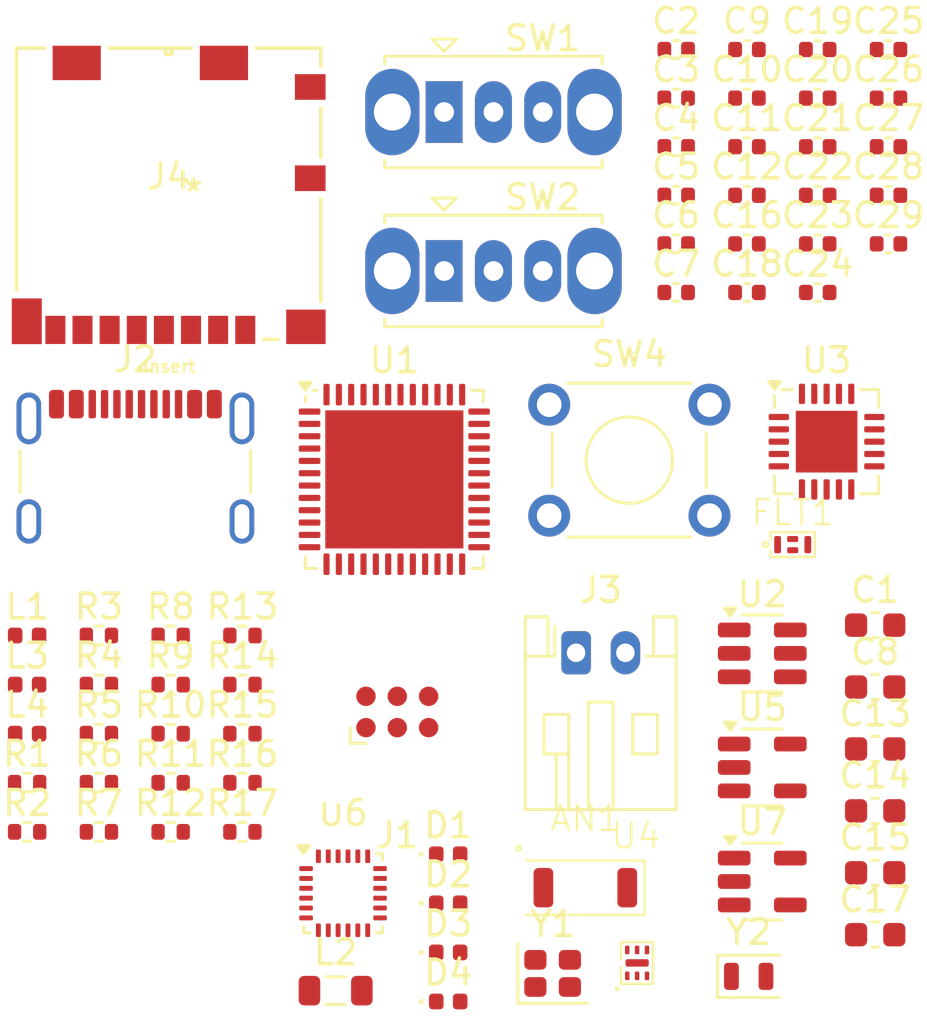
<source format=kicad_pcb>
(kicad_pcb
	(version 20241229)
	(generator "pcbnew")
	(generator_version "9.0")
	(general
		(thickness 1.64716)
		(legacy_teardrops no)
	)
	(paper "A4")
	(layers
		(0 "F.Cu" signal)
		(4 "In1.Cu" signal)
		(6 "In2.Cu" signal)
		(2 "B.Cu" signal)
		(13 "F.Paste" user)
		(15 "B.Paste" user)
		(5 "F.SilkS" user "F.Silkscreen")
		(7 "B.SilkS" user "B.Silkscreen")
		(1 "F.Mask" user)
		(3 "B.Mask" user)
		(25 "Edge.Cuts" user)
		(27 "Margin" user)
		(31 "F.CrtYd" user "F.Courtyard")
		(29 "B.CrtYd" user "B.Courtyard")
	)
	(setup
		(stackup
			(layer "F.SilkS"
				(type "Top Silk Screen")
			)
			(layer "F.Paste"
				(type "Top Solder Paste")
			)
			(layer "F.Mask"
				(type "Top Solder Mask")
				(thickness 0.03048)
			)
			(layer "F.Cu"
				(type "copper")
				(thickness 0.035)
			)
			(layer "dielectric 1"
				(type "prepreg")
				(color "FR4 natural")
				(thickness 0.2104)
				(material "7628")
				(epsilon_r 4.4)
				(loss_tangent 0)
			)
			(layer "In1.Cu"
				(type "copper")
				(thickness 0.0152)
			)
			(layer "dielectric 2"
				(type "core")
				(color "FR4 natural")
				(thickness 1.065)
				(material "Core")
				(epsilon_r 4.6)
				(loss_tangent 0)
			)
			(layer "In2.Cu"
				(type "copper")
				(thickness 0.0152)
			)
			(layer "dielectric 3"
				(type "prepreg")
				(color "FR4 natural")
				(thickness 0.2104)
				(material "7628")
				(epsilon_r 4.4)
				(loss_tangent 0)
			)
			(layer "B.Cu"
				(type "copper")
				(thickness 0.035)
			)
			(layer "B.Mask"
				(type "Bottom Solder Mask")
				(thickness 0.03048)
			)
			(layer "B.Paste"
				(type "Bottom Solder Paste")
			)
			(layer "B.SilkS"
				(type "Bottom Silk Screen")
			)
			(copper_finish "HAL lead-free")
			(dielectric_constraints yes)
		)
		(pad_to_mask_clearance 0.1)
		(solder_mask_min_width 0.1)
		(allow_soldermask_bridges_in_footprints no)
		(tenting front back)
		(pcbplotparams
			(layerselection 0x00000000_00000000_55555555_5755f5ff)
			(plot_on_all_layers_selection 0x00000000_00000000_00000000_00000000)
			(disableapertmacros no)
			(usegerberextensions no)
			(usegerberattributes yes)
			(usegerberadvancedattributes yes)
			(creategerberjobfile yes)
			(dashed_line_dash_ratio 12.000000)
			(dashed_line_gap_ratio 3.000000)
			(svgprecision 4)
			(plotframeref no)
			(mode 1)
			(useauxorigin no)
			(hpglpennumber 1)
			(hpglpenspeed 20)
			(hpglpendiameter 15.000000)
			(pdf_front_fp_property_popups yes)
			(pdf_back_fp_property_popups yes)
			(pdf_metadata yes)
			(pdf_single_document no)
			(dxfpolygonmode yes)
			(dxfimperialunits yes)
			(dxfusepcbnewfont yes)
			(psnegative no)
			(psa4output no)
			(plot_black_and_white yes)
			(sketchpadsonfab no)
			(plotpadnumbers no)
			(hidednponfab no)
			(sketchdnponfab yes)
			(crossoutdnponfab yes)
			(subtractmaskfromsilk no)
			(outputformat 1)
			(mirror no)
			(drillshape 1)
			(scaleselection 1)
			(outputdirectory "")
		)
	)
	(net 0 "")
	(net 1 "/RF_ANT")
	(net 2 "unconnected-(AN1-NC-Pad2)")
	(net 3 "GND")
	(net 4 "+3.3V")
	(net 5 "+4V")
	(net 6 "+5V")
	(net 7 "+3V8")
	(net 8 "SWD_NRST")
	(net 9 "/SMPSFB")
	(net 10 "RF")
	(net 11 "/RF_MATCH_LPF")
	(net 12 "/RF_MATCH_ANT")
	(net 13 "LSE_OUT")
	(net 14 "LSE_IN")
	(net 15 "+1V8")
	(net 16 "Net-(U6-REGOUT)")
	(net 17 "+3V3")
	(net 18 "Net-(D1-A)")
	(net 19 "Net-(D1-K)")
	(net 20 "Net-(D2-A)")
	(net 21 "Net-(D2-K)")
	(net 22 "Net-(D3-K)")
	(net 23 "Net-(D3-A)")
	(net 24 "/LED_CAT")
	(net 25 "/LED_AN")
	(net 26 "SWD_CLK")
	(net 27 "SWD_TRC")
	(net 28 "SWD_DIO")
	(net 29 "/USBC_D+")
	(net 30 "/USB_CC2")
	(net 31 "/USBC_D-")
	(net 32 "unconnected-(J2-SBU2-PadB8)")
	(net 33 "unconnected-(J2-SBU1-PadA8)")
	(net 34 "/USB_CC1")
	(net 35 "GPIO_SD_CardDetect")
	(net 36 "SPI_CARDCS")
	(net 37 "SPI_MOSI")
	(net 38 "Net-(J4-DAT2)")
	(net 39 "SPI_MISO")
	(net 40 "Net-(J4-DAT1)")
	(net 41 "SPI_SCK")
	(net 42 "/SMPSLX")
	(net 43 "/SMPSLXL")
	(net 44 "Net-(U3-PROG1)")
	(net 45 "Net-(U3-PROG3)")
	(net 46 "Net-(U3-THERM)")
	(net 47 "Net-(SW1-B)")
	(net 48 "BOOT0")
	(net 49 "I2C_SDA")
	(net 50 "I2C_SCL")
	(net 51 "Net-(SW2-B)")
	(net 52 "GPIO_IMU_INT")
	(net 53 "/USB_D-")
	(net 54 "unconnected-(U1-PB2-Pad19)")
	(net 55 "/USB_D+")
	(net 56 "unconnected-(U1-PB0-Pad28)")
	(net 57 "unconnected-(U1-PE4-Pad30)")
	(net 58 "unconnected-(U1-PA10-Pad36)")
	(net 59 "GPIO_SD_LDO_EN")
	(net 60 "unconnected-(U1-PA2-Pad11)")
	(net 61 "unconnected-(U1-PB7-Pad47)")
	(net 62 "unconnected-(U1-PB6-Pad46)")
	(net 63 "unconnected-(U1-PB4-Pad44)")
	(net 64 "unconnected-(U1-PB1-Pad29)")
	(net 65 "HSE_IN")
	(net 66 "unconnected-(U1-AT1-Pad27)")
	(net 67 "unconnected-(U1-AT0-Pad26)")
	(net 68 "unconnected-(U1-PB5-Pad45)")
	(net 69 "HSE_OUT")
	(net 70 "unconnected-(U1-PA15-Pad42)")
	(net 71 "unconnected-(U1-PA0-Pad9)")
	(net 72 "unconnected-(U4-NC-Pad5)")
	(net 73 "unconnected-(U5-NC-Pad4)")
	(net 74 "unconnected-(U6-NC-Pad5)")
	(net 75 "unconnected-(U6-NC-Pad16)")
	(net 76 "unconnected-(U6-RESV-Pad19)")
	(net 77 "unconnected-(U6-NC-Pad15)")
	(net 78 "unconnected-(U6-FSYNC-Pad11)")
	(net 79 "unconnected-(U6-NC-Pad6)")
	(net 80 "unconnected-(U6-NC-Pad17)")
	(net 81 "unconnected-(U6-NC-Pad3)")
	(net 82 "unconnected-(U6-AUX_DA-Pad21)")
	(net 83 "unconnected-(U6-NC-Pad4)")
	(net 84 "unconnected-(U6-NC-Pad1)")
	(net 85 "unconnected-(U6-NC-Pad14)")
	(net 86 "unconnected-(U6-SDO{slash}AD0-Pad9)")
	(net 87 "unconnected-(U6-NC-Pad2)")
	(net 88 "unconnected-(U6-AUX_CL-Pad7)")
	(net 89 "unconnected-(U7-NC-Pad4)")
	(footprint "Connector_USB:USB_C_Receptacle_GCT_USB4105-xx-A_16P_TopMnt_Horizontal" (layer "F.Cu") (at 137.225 96.17))
	(footprint "Capacitor_SMD:C_0402_1005Metric" (layer "F.Cu") (at 167.765 82.05))
	(footprint "Capacitor_SMD:C_0402_1005Metric" (layer "F.Cu") (at 162.025 87.96))
	(footprint "Capacitor_SMD:C_0402_1005Metric" (layer "F.Cu") (at 159.155 78.11))
	(footprint "Inductor_SMD:L_0402_1005Metric" (layer "F.Cu") (at 132.835 103.86))
	(footprint "Capacitor_SMD:C_0402_1005Metric" (layer "F.Cu") (at 167.765 80.08))
	(footprint "Package_TO_SOT_SMD:SOT-23-5" (layer "F.Cu") (at 162.645 107.22))
	(footprint "Capacitor_SMD:C_0402_1005Metric" (layer "F.Cu") (at 167.765 84.02))
	(footprint "Capacitor_SMD:C_0402_1005Metric" (layer "F.Cu") (at 162.025 80.08))
	(footprint "Capacitor_SMD:C_0402_1005Metric" (layer "F.Cu") (at 164.895 80.08))
	(footprint "Capacitor_SMD:C_0603_1608Metric" (layer "F.Cu") (at 167.225 108.98))
	(footprint "Sensor_Motion:InvenSense_QFN-24_3x3mm_P0.4mm" (layer "F.Cu") (at 145.645 112.32))
	(footprint "Capacitor_SMD:C_0402_1005Metric" (layer "F.Cu") (at 159.155 80.08))
	(footprint "Capacitor_SMD:C_0603_1608Metric" (layer "F.Cu") (at 167.225 101.45))
	(footprint "Capacitor_SMD:C_0603_1608Metric" (layer "F.Cu") (at 167.225 106.47))
	(footprint "Package_DFN_QFN:QFN-48-1EP_7x7mm_P0.5mm_EP5.6x5.6mm" (layer "F.Cu") (at 147.725 95.54))
	(footprint "Resistor_SMD:R_0402_1005Metric" (layer "F.Cu") (at 135.745 105.85))
	(footprint "Resistor_SMD:R_0402_1005Metric" (layer "F.Cu") (at 138.655 101.87))
	(footprint "Resistor_SMD:R_0402_1005Metric" (layer "F.Cu") (at 135.745 107.84))
	(footprint "Resistor_SMD:R_0402_1005Metric" (layer "F.Cu") (at 141.565 101.87))
	(footprint "Inductor_SMD:L_0805_2012Metric" (layer "F.Cu") (at 145.345 116.27))
	(footprint "Resistor_SMD:R_0402_1005Metric" (layer "F.Cu") (at 141.565 109.83))
	(footprint "Resistor_SMD:R_0402_1005Metric" (layer "F.Cu") (at 138.655 107.84))
	(footprint "Connector:Tag-Connect_TC2030-IDC-FP_2x03_P1.27mm_Vertical" (layer "F.Cu") (at 147.845 104.97))
	(footprint "Resistor_SMD:R_0402_1005Metric" (layer "F.Cu") (at 141.565 105.85))
	(footprint "Resistor_SMD:R_0402_1005Metric" (layer "F.Cu") (at 138.655 105.85))
	(footprint "Resistor_SMD:R_0402_1005Metric" (layer "F.Cu") (at 132.835 109.83))
	(footprint "LED_SMD:LED_0402_1005Metric" (layer "F.Cu") (at 149.91 110.74))
	(footprint "Capacitor_SMD:C_0402_1005Metric" (layer "F.Cu") (at 159.155 87.96))
	(footprint "Pima_Custom_FootprintsLibrary:104031-0811_MOL"
		(layer "F.Cu")
		(uuid "6541084a-a8e7-4935-89f1-46d2b520023d")
		(at 138.5748 83.9572)
		(tags "1040310811 ")
		(property "Reference" "J4"
			(at 0 -0.7 0)
			(unlocked yes)
			(layer "F.SilkS")
			(uuid "40316b27-e42f-4357-a28f-35a28cbf19d9")
			(effects
				(font
					(size 1 1)
					(thickness 0.15)
				)
			)
		)
		(property "Value" "Molex 104031-0811"
			(at 0.05 2.4 0)
			(unlocked yes)
			(layer "F.Fab")
			(uuid "90d08040-f391-4e7d-96af-a060a51bbbe5")
			(effects
				(font
					(size 1 1)
					(thickness 0.15)
				)
			)
		)
		(property "Datasheet" "https://www.molex.com/en-us/products/part-detail-pdf/1040310811?display=pdf"
			(at 0 0 0)
			(layer "F.Fab")
			(hide yes)
			(uuid "516ceac3-d1ec-4490-82cd-1e491c1db338")
			(effects
				(font
					(size 1.27 1.27)
					(thickness 0.15)
				)
			)
		)
		(property "Description" ""
			(at 0 0 0)
			(layer "F.Fab")
			(hide yes)
			(uuid "82008f00-cf4f-47f9-ac34-195896cec1e4")
			(effects
				(font
					(size 1.27 1.27)
					(thickness 0.15)
				)
			)
		)
		(property "Distributor Link" "https://eu.mouser.com/ProductDetail/Molex/104031-0811?qs=udsGRKD4nA3Tvy7wqky%252BuA%3D%3D"
			(at 0 0 0)
			(unlocked yes)
			(layer "F.Fab")
			(hide yes)
			(uuid "34a6c3d0-5b97-4576-b930-6108a0f01849")
			(effects
				(font
					(size 1 1)
					(thickness 0.15)
				)
			)
		)
		(property "JLCPCB Part #" "C585350"
			(at 0 0 0)
			(unlocked yes)
			(layer "F.Fab")
			(hide yes)
			(uuid "f01bc654-d079-4600-b42f-86756228e87b")
			(effects
				(font
					(size 1 1)
					(thickness 0.15)
				)
			)
		)
		(property "Manufacturer" "MOLEX "
			(at 0 0 0)
			(unlocked yes)
			(layer "F.Fab")
			(hide yes)
			(uuid "6edd68ea-bc72-4161-934d-bda6cf078134")
			(effects
				(font
					(size 1 1)
					(thickness 0.15)
				)
			)
		)
		(property "Manufacturer Part Number" "1040310811"
			(at 0 0 0)
			(unlocked yes)
			(layer "F.Fab")
			(hide yes)
			(uuid "353c3b9b-37fc-477c-acc7-7ddf54ddedf0")
			(effects
				(font
					(size 1 1)
					(thickness 0.15)
				)
			)
		)
		(property ki_fp_filters "104031-0811_MOL")
		(path "/1b188a2d-8254-43d3-82ac-d76537f67a58")
		(sheetname "/")
		(sheetfile "Trinity DevBoard PCB V1.0.kicad_sch")
		(attr smd)
		(fp_line
			(start -6.1722 -5.9055)
			(end -6.1722 3.911661)
			(stroke
				(width 0.1524)
				(type solid)
			)
			(layer "F.SilkS")
			(uuid "0c711fe0-d24b-4126-bcaa-4fdc4a37a29c")
		)
		(fp_line
			(start -5.04063 -5.9055)
			(end -6.1722 -5.9055)
			(stroke
				(width 0.1524)
				(type solid)
			)
			(layer "F.SilkS")
			(uuid "2b51e5e3-004a-476a-877c-46586ccf8aac")
		)
		(fp_line
			(start -0.127 -5.9055)
			(end -0.127 -5.6515)
			(stroke
				(width 0.1524)
				(type solid)
			)
			(layer "F.SilkS")
			(uuid "98f99b62-8100-4591-8aa7-a48dfd39b7f2")
		)
		(fp_line
			(start -0.127 -5.6515)
			(end 0.127 -5.6515)
			(stroke
				(width 0.1524)
				(type solid)
			)
			(layer "F.SilkS")
			(uuid "736c245b-7b46-4329-8e7e-c54b9681346a")
		)
		(fp_line
			(start 0.127 -5.9055)
			(end -0.127 -5.9055)
			(stroke
				(width 0.1524)
				(type solid)
			)
			(layer "F.SilkS")
			(uuid "f9880b84-f195-4af3-a802-e6ffa55e70e7")
		)
		(fp_line
			(start 0.127 -5.6515)
			(end 0.127 -5.9055)
			(stroke
				(width 0.1524)
				(type solid)
			)
			(layer "F.SilkS")
			(uuid "989470c2-a131-494f-b64f-93f9098183ac")
		)
		(fp_line
			(start 0.929371 -5.9055)
			(end -2.41935 -5.9055)
			(stroke
				(width 0.1524)
				(type solid)
			)
			(layer "F.SilkS")
			(uuid "5764a479-2843-4c82-99c7-a1580503c324")
		)
		(fp_line
			(start 3.84414 5.9055)
			(end 4.43216 5.9055)
			(stroke
				(width 0.1524)
				(type solid)
			)
			(layer "F.SilkS")
			(uuid "f557a449-5fc5-4c85-800a-28835c5d8439")
		)
		(fp_line
			(start 6.1722 -5.9055)
			(end 3.550651 -5.9055)
			(stroke
				(width 0.1524)
				(type solid)
			)
			(layer "F.SilkS")
			(uuid "d8713ce6-2db1-486d-be01-d84edea895e0")
		)
		(fp_line
			(start 6.1722 -5.18194)
			(end 6.1722 -5.9055)
			(stroke
				(width 0.1524)
				(type solid)
			)
			(layer "F.SilkS")
			(uuid "4d2f4476-20cf-4995-9ff1-d38e60e21b1a")
		)
		(fp_line
			(start 6.1722 -1.48194)
			(end 6.1722 -3.47506)
			(stroke
				(width 0.1524)
				(type solid)
			)
			(layer "F.SilkS")
			(uuid "4c0dfc4d-21ea-4ac3-8dfe-9f14b156396f")
		)
		(fp_line
			(start 6.1722 4.365259)
			(end 6.1722 0.22494)
			(stroke
				(width 0.1524)
				(type solid)
			)
			(layer "F.SilkS")
			(uuid "a3a3aa97-e72c-4570-b7d2-3e68b4b4f727")
		)
		(fp_line
			(start -6.6186 3.990401)
			(end -6.6186 6.352601)
			(stroke
				(width 0.1524)
				(type solid)
			)
			(layer "F.CrtYd")
			(uuid "0742b8f3-ce38-4fbf-8987-3f1c5a77e7ee")
		)
		(fp_line
			(start -6.6186 6.352601)
			(end -4.8914 6.352601)
			(stroke
				(width 0.1524)
				(type solid)
			)
			(layer "F.CrtYd")
			(uuid "bd6784ed-3e69-4a87-8a5d-4301297685cb")
		)
		(fp_line
			(start -6.2992 -6.0325)
			(end -6.2992 3.990401)
			(stroke
				(width 0.1524)
				(type solid)
			)
			(layer "F.CrtYd")
			(uuid "b25abb9c-6f4b-4bb5-b5b0-0c71490c6215")
		)
		(fp_line
			(start -6.2992 3.990401)
			(end -6.6186 3.990401)
			(stroke
				(width 0.1524)
				(type solid)
			)
			(layer "F.CrtYd")
			(uuid "258cd35f-2d80-44d1-ba14-3994ec2cd9a5")
		)
		(fp_line
			(start -4.96189 -6.256)
			(end -4.96189 -6.0325)
			(stroke
				(width 0.1524)
				(type solid)
			)
			(layer "F.CrtYd")
			(uuid "1869ac52-b2ef-4220-8de7-947a1b3099e6")
		)
		(fp_line
			(start -4.96189 -6.0325)
			(end -6.2992 -6.0325)
			(stroke
				(width 0.1524)
				(type solid)
			)
			(layer "F.CrtYd")
			(uuid "1e296ed0-703b-40ca-9d8b-749c003fd3be")
		)
		(fp_line
			(start -4.8914 6.347)
			(end 3.7654 6.347)
			(stroke
				(width 0.1524)
				(type solid)
			)
			(layer "F.CrtYd")
			(uuid "fea67cb6-1c7f-419c-ae25-6a7949c7ea3d")
		)
		(fp_line
			(start -4.8914 6.352601)
			(end -4.8914 6.347)
			(stroke
				(width 0.1524)
				(type solid)
			)
			(layer "F.CrtYd")
			(uuid "6e7a4202-6d3b-42de-8fd4-46dd30b7f7c1")
		)
		(fp_line
			(start -2.49809 -6.256)
			(end -4.96189 -6.256)
			(stroke
				(width 0.1524)
				(type solid)
			)
			(layer "F.CrtYd")
			(uuid "fe6c1473-d59d-47b0-bec3-b91e7fb8a5e2")
		)
		(fp_line
			(start -2.49809 -6.0325)
			(end -2.49809 -6.256)
			(stroke
				(width 0.1524)
				(type solid)
			)
			(layer "F.CrtYd")
			(uuid "4ff07569-9b47-4e1b-b8e4-2cd584210556")
		)
		(fp_line
			(start 1.008111 -6.256)
			(end 1.008111 -6.0325)
			(stroke
				(width 0.1524)
				(type solid)
			)
			(layer "F.CrtYd")
			(uuid "06544641-c92e-4be8-8df4-983d24db5b91")
		)
		(fp_line
			(start 1.008111 -6.0325)
			(end -2.49809 -6.0325)
			(stroke
				(width 0.1524)
				(type solid)
			)
			(layer "F.CrtYd")
			(uuid "0f216818-337c-4c44-9484-fd6cb74d7956")
		)
		(fp_line
			(start 3.471911 -6.256)
			(end 1.008111 -6.256)
			(stroke
				(width 0.1524)
				(type solid)
			)
			(layer "F.CrtYd")
			(uuid "8990bb2f-de84-4c3a-8307-53ea1bcbbf4b")
		)
		(fp_line
			(start 3.471911 -6.0325)
			(end 3.471911 -6.256)
			(stroke
				(width 0.1524)
				(type solid)
			)
			(layer "F.CrtYd")
			(uuid "b778d589-65d2-4b8f-b617-fed418da094a")
		)
		(fp_line
			(start 3.7654 6.0325)
			(end 4.5109 6.0325)
			(stroke
				(width 0.1524)
				(type solid)
			)
			(layer "F.CrtYd")
			(uuid "3c44b1b8-b589-4050-8cc3-2e1e8b94509a")
		)
		(fp_line
			(start 3.7654 6.347)
			(end 3.7654 6.0325)
			(stroke
				(width 0.1524)
				(type solid)
			)
			(layer "F.CrtYd")
			(uuid "5eed0c43-d1dd-475f-a7b5-0ce78f43bfc3")
		)
		(fp_line
			(start 4.5109 6.0325)
			(end 4.5109 6.348999)
			(stroke
				(width 0.1524)
				(type solid)
			)
			(layer "F.CrtYd")
			(uuid "d914347c-cc89-4514-90f3-24b178a59c85")
		)
		(fp_line
			(start 4.5109 6.348999)
			(end 6.6191 6.348999)
			(stroke
				(width 0.1524)
				(type solid)
			)
			(layer "F.CrtYd")
			(uuid "551fb8f6-8865-4902-a4e6-8322df4a5cb2")
		)
		(fp_line
			(start 6.2992 -6.0325)
			(end 3.471911 -6.0325)
			(stroke
				(width 0.1524)
				(type solid)
			)
			(layer "F.CrtYd")
			(uuid "96bc0678-b37d-48d9-a013-c92d99e74387")
		)
		(fp_line
			(start 6.2992 -5.1032)
			(end 6.2992 -6.0325)
			(stroke
				(width 0.1524)
				(type solid)
			)
			(layer "F.CrtYd")
			(uuid "dfbaf7e6-ec8a-41fb-89aa-e6529a0f08ea")
		)
		(fp_line
			(start 6.2992 -3.5538)
			(end 6.616301 -3.5538)
			(stroke
				(width 0.1524)
				(type solid)
			)
			(layer "F.CrtYd")
			(uuid "6f080b67-dd70-4d43-a3cc-18cc3a75a5d5")
		)
		(fp_line
			(start 6.2992 -1.4032)
			(end 6.2992 -3.5538)
			(stroke
				(width 0.1524)
				(type solid)
			)
			(layer "F.CrtYd")
			(uuid "bc36a030-4323-4612-a8ef-38be4f74f192")
		)
		(fp_line
			(start 6.2992 0.1462)
			(end 6.616301 0.1462)
			(stroke
				(width 0.1524)
				(type solid)
			)
			(layer "F.CrtYd")
			(uuid "73db12a6-68f3-4901-b5dd-ff9cab1c5ca0")
		)
		(fp_line
			(start 6.2992 4.443999)
			(end 6.2992 0.1462)
			(stroke
				(width 0.1524)
				(type solid)
			)
			(layer "F.CrtYd")
			(uuid "a6ba0ad1-4f80-4679-9f67-40c47c61f52e")
		)
		(fp_line
			(start 6.616301 -5.1032)
			(end 6.2992 -5.1032)
			(stroke
				(width 0.1524)
				(type solid)
			)
			(layer "F.CrtYd")
			(uuid "7565619f-85c3-4339-ad28-38fec63ba1ff")
		)
		(fp_line
			(start 6.616301 -3.5538)
			(end 6.616301 -5.1032)
			(stroke
				(width 0.1524)
				(type solid)
			)
			(layer "F.CrtYd")
			(uuid "1c30a599-6045-43c8-9e8e-2ce353dc2a6e")
		)
		(fp_line
			(start 6.616301 -1.4032)
			(end 6.2992 -1.4032)
			(stroke
				(width 0.1524)
				(type solid)
			)
			(layer "F.CrtYd")
			(uuid "75fa0262-2db9-4894-92d4-4d69979a682a")
		)
		(fp_line
			(start 6.616301 0.1462)
			(end 6.616301 -1.4032)
			(stroke
				(width 0.1524)
				(type solid)
			)
			(layer "F.CrtYd")
			(uuid "1b592d20-73e7-4f1c-bc02-c39383bfe40c")
		)
		(fp_line
			(start 6.6191 4.443999)
			(end 6.2992 4.443999)
			(stroke
				(width 0.1524)
				(type solid)
			)
			(layer "F.CrtYd")
			(uuid "8708eb3b-b490-4b65-84c7-0a9d8e53ccd0")
		)
		(fp_line
			(start 6.6191 6.348999)
			(end 6.6191 4.443999)
			(stroke
				(width 0.1524)
				(type solid)
			)
			(layer "F.CrtYd")
			(uuid "06500119-0a9f-4b9a-a82a-17a584dd9db7")
		)
		(fp_line
			(start -6.0452 -5.7785)
			(end -6.0452 5.7785)
			(stroke
				(width 0.0254)
				(type solid)
			)
			(layer "F.Fab")
			(uuid "7618495f-14b5-4ad9-89ce-068d33911374")
		)
		(fp_line
			(start -6.0452 5.7785)
			(end 6.0452 5.7785)
			(stroke
				(width 0.0254)
				(type solid)
			)
			(layer "F.Fab")
			(uuid "47f2c228-1c1a-403f-8879-13ac00414349")
		)
		(fp_line
			(start 0 -5.7785)
			(end 0 -5.7785)
			(stroke
				(width 0.0254)
				(type solid)
			)
			(layer "F.Fab")
			(uuid "4acaa7be-62bc-4eac-af8c-e0f16cf7950c")
		)
		(fp_line
			(start 0 -5.7785)
			(end 0 -5.7785)
			(stroke
				(width 0.0254)
				(type solid)
			)
			(layer "F.Fab")
			(uuid "4fd7c670-d17e-4705-bbfe-a50a5fc96c13")
		)
		(fp_line
			(start 0 -5.7785)
			(end 0 -5.7785)
			(stroke
				(width 0.0254)
				(type solid)
			)
			(layer "F.Fab")
			(uuid "539d9c15-16b6-4718-862e-7e030601ee73")
		)
		(fp_line
			(start 0 -5.7785)
			(end 0 -5.7785)
			(stroke
				(width 0.0254)
				(type solid)
			)
			(layer "F.Fab")
			(uuid "c2b8559e-b0d7-46a5-bd90-771fb1fc34d5")
		)
		(fp_line
			(start 6.0452 -5.7785)
			(end -6.0452 -5.7785)
			(stroke
				(width 0.0254)
				(type solid)
			)
			(layer "F.Fab")
			(uuid "04e9c61c-a53d-4137-a834-276783853c53")
		)
		(fp_line
			(start 6.0452 5.7785)
			(end 6.0452 -5.7785)
			(stroke
				(width 0.0254)
				(type solid)
			)
			(layer "F.Fab")
			(uuid "fbd3f80d-1390-4a8a-8154-26a0c0c92b50")
		)
		(fp_text user "*"
			(at 1 -0.05 0)
			(unlocked yes)
			(layer "F.SilkS")
			(uuid "418df72c-2f56-4b52-9f76-cbb79746ce8a")
			(effects
				(font
					(size 1 1)
					(thickness 0.15)
				)
			)
		)
		(fp_t
... [241431 chars truncated]
</source>
